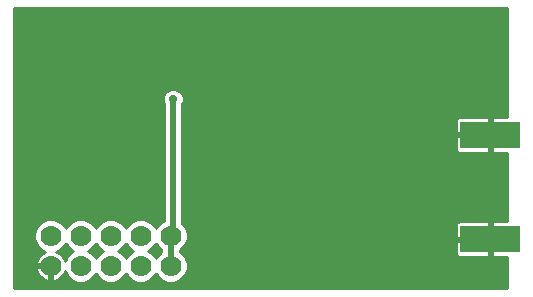
<source format=gbl>
G75*
%MOIN*%
%OFA0B0*%
%FSLAX25Y25*%
%IPPOS*%
%LPD*%
%AMOC8*
5,1,8,0,0,1.08239X$1,22.5*
%
%ADD10C,0.07000*%
%ADD11R,0.20000X0.09000*%
%ADD12C,0.01000*%
%ADD13C,0.02781*%
%ADD14C,0.02000*%
D10*
X0018193Y0045000D03*
X0028193Y0045000D03*
X0038193Y0045000D03*
X0048193Y0045000D03*
X0058193Y0045000D03*
X0058193Y0055000D03*
X0048193Y0055000D03*
X0038193Y0055000D03*
X0028193Y0055000D03*
X0018193Y0055000D03*
D11*
X0164628Y0053850D03*
X0164628Y0088650D03*
D12*
X0006000Y0130864D02*
X0006000Y0037502D01*
X0170228Y0037502D01*
X0170228Y0047850D01*
X0165128Y0047850D01*
X0165128Y0053350D01*
X0164128Y0053350D01*
X0153128Y0053350D01*
X0153128Y0049153D01*
X0153231Y0048771D01*
X0153428Y0048429D01*
X0153707Y0048150D01*
X0154049Y0047952D01*
X0154431Y0047850D01*
X0164128Y0047850D01*
X0164128Y0053350D01*
X0164128Y0054350D01*
X0153128Y0054350D01*
X0153128Y0058547D01*
X0153231Y0058929D01*
X0153428Y0059271D01*
X0153707Y0059550D01*
X0154049Y0059748D01*
X0154431Y0059850D01*
X0164128Y0059850D01*
X0164128Y0054350D01*
X0165128Y0054350D01*
X0165128Y0059850D01*
X0170228Y0059850D01*
X0170228Y0082650D01*
X0165128Y0082650D01*
X0165128Y0088150D01*
X0164128Y0088150D01*
X0153128Y0088150D01*
X0153128Y0083953D01*
X0153231Y0083571D01*
X0153428Y0083229D01*
X0153707Y0082950D01*
X0154049Y0082752D01*
X0154431Y0082650D01*
X0164128Y0082650D01*
X0164128Y0088150D01*
X0164128Y0089150D01*
X0153128Y0089150D01*
X0153128Y0093347D01*
X0153231Y0093729D01*
X0153428Y0094071D01*
X0153707Y0094350D01*
X0154049Y0094548D01*
X0154431Y0094650D01*
X0164128Y0094650D01*
X0164128Y0089150D01*
X0165128Y0089150D01*
X0165128Y0094650D01*
X0170228Y0094650D01*
X0170228Y0130864D01*
X0006000Y0130864D01*
X0006000Y0130856D02*
X0170228Y0130856D01*
X0170228Y0129858D02*
X0006000Y0129858D01*
X0006000Y0128859D02*
X0170228Y0128859D01*
X0170228Y0127861D02*
X0006000Y0127861D01*
X0006000Y0126862D02*
X0170228Y0126862D01*
X0170228Y0125864D02*
X0006000Y0125864D01*
X0006000Y0124865D02*
X0170228Y0124865D01*
X0170228Y0123866D02*
X0006000Y0123866D01*
X0006000Y0122868D02*
X0170228Y0122868D01*
X0170228Y0121869D02*
X0006000Y0121869D01*
X0006000Y0120871D02*
X0170228Y0120871D01*
X0170228Y0119872D02*
X0006000Y0119872D01*
X0006000Y0118874D02*
X0170228Y0118874D01*
X0170228Y0117875D02*
X0006000Y0117875D01*
X0006000Y0116877D02*
X0170228Y0116877D01*
X0170228Y0115878D02*
X0006000Y0115878D01*
X0006000Y0114880D02*
X0170228Y0114880D01*
X0170228Y0113881D02*
X0006000Y0113881D01*
X0006000Y0112883D02*
X0170228Y0112883D01*
X0170228Y0111884D02*
X0006000Y0111884D01*
X0006000Y0110886D02*
X0170228Y0110886D01*
X0170228Y0109887D02*
X0006000Y0109887D01*
X0006000Y0108889D02*
X0170228Y0108889D01*
X0170228Y0107890D02*
X0006000Y0107890D01*
X0006000Y0106892D02*
X0170228Y0106892D01*
X0170228Y0105893D02*
X0006000Y0105893D01*
X0006000Y0104895D02*
X0170228Y0104895D01*
X0170228Y0103896D02*
X0059927Y0103896D01*
X0059694Y0103993D02*
X0060977Y0103461D01*
X0061959Y0102479D01*
X0062491Y0101196D01*
X0062491Y0099808D01*
X0062100Y0098865D01*
X0062100Y0059012D01*
X0062940Y0058172D01*
X0063793Y0056114D01*
X0063793Y0053886D01*
X0062940Y0051828D01*
X0061365Y0050253D01*
X0061293Y0050223D01*
X0061293Y0049777D01*
X0061365Y0049747D01*
X0062940Y0048172D01*
X0063793Y0046114D01*
X0063793Y0043886D01*
X0062940Y0041828D01*
X0061365Y0040253D01*
X0059307Y0039400D01*
X0057079Y0039400D01*
X0055021Y0040253D01*
X0053445Y0041828D01*
X0053193Y0042438D01*
X0052940Y0041828D01*
X0051365Y0040253D01*
X0049307Y0039400D01*
X0047079Y0039400D01*
X0045021Y0040253D01*
X0043445Y0041828D01*
X0043193Y0042438D01*
X0042940Y0041828D01*
X0041365Y0040253D01*
X0039307Y0039400D01*
X0037079Y0039400D01*
X0035021Y0040253D01*
X0033445Y0041828D01*
X0033193Y0042438D01*
X0032940Y0041828D01*
X0031365Y0040253D01*
X0029307Y0039400D01*
X0027079Y0039400D01*
X0025021Y0040253D01*
X0023445Y0041828D01*
X0022871Y0043216D01*
X0022827Y0043081D01*
X0022469Y0042379D01*
X0022007Y0041743D01*
X0021450Y0041186D01*
X0020813Y0040724D01*
X0020112Y0040366D01*
X0019364Y0040123D01*
X0018693Y0040017D01*
X0018693Y0044500D01*
X0017693Y0044500D01*
X0017693Y0040017D01*
X0017022Y0040123D01*
X0016274Y0040366D01*
X0015572Y0040724D01*
X0014936Y0041186D01*
X0014379Y0041743D01*
X0013917Y0042379D01*
X0013559Y0043081D01*
X0013316Y0043829D01*
X0013210Y0044500D01*
X0017693Y0044500D01*
X0017693Y0045500D01*
X0013210Y0045500D01*
X0013316Y0046171D01*
X0013559Y0046919D01*
X0013917Y0047621D01*
X0014379Y0048257D01*
X0014936Y0048814D01*
X0015572Y0049276D01*
X0016274Y0049634D01*
X0016409Y0049678D01*
X0015021Y0050253D01*
X0013445Y0051828D01*
X0012593Y0053886D01*
X0012593Y0056114D01*
X0013445Y0058172D01*
X0015021Y0059747D01*
X0017079Y0060600D01*
X0019307Y0060600D01*
X0021365Y0059747D01*
X0022940Y0058172D01*
X0023193Y0057562D01*
X0023445Y0058172D01*
X0025021Y0059747D01*
X0027079Y0060600D01*
X0029307Y0060600D01*
X0031365Y0059747D01*
X0032940Y0058172D01*
X0033193Y0057562D01*
X0033445Y0058172D01*
X0035021Y0059747D01*
X0037079Y0060600D01*
X0039307Y0060600D01*
X0041365Y0059747D01*
X0042940Y0058172D01*
X0043193Y0057562D01*
X0043445Y0058172D01*
X0045021Y0059747D01*
X0047079Y0060600D01*
X0049307Y0060600D01*
X0051365Y0059747D01*
X0052940Y0058172D01*
X0053193Y0057562D01*
X0053445Y0058172D01*
X0055021Y0059747D01*
X0055900Y0060112D01*
X0055900Y0098865D01*
X0055509Y0099808D01*
X0055509Y0101196D01*
X0056041Y0102479D01*
X0057023Y0103461D01*
X0058306Y0103993D01*
X0059694Y0103993D01*
X0058073Y0103896D02*
X0006000Y0103896D01*
X0006000Y0102898D02*
X0056459Y0102898D01*
X0055801Y0101899D02*
X0006000Y0101899D01*
X0006000Y0100901D02*
X0055509Y0100901D01*
X0055509Y0099902D02*
X0006000Y0099902D01*
X0006000Y0098904D02*
X0055884Y0098904D01*
X0055900Y0097905D02*
X0006000Y0097905D01*
X0006000Y0096907D02*
X0055900Y0096907D01*
X0055900Y0095908D02*
X0006000Y0095908D01*
X0006000Y0094910D02*
X0055900Y0094910D01*
X0055900Y0093911D02*
X0006000Y0093911D01*
X0006000Y0092913D02*
X0055900Y0092913D01*
X0055900Y0091914D02*
X0006000Y0091914D01*
X0006000Y0090916D02*
X0055900Y0090916D01*
X0055900Y0089917D02*
X0006000Y0089917D01*
X0006000Y0088919D02*
X0055900Y0088919D01*
X0055900Y0087920D02*
X0006000Y0087920D01*
X0006000Y0086922D02*
X0055900Y0086922D01*
X0055900Y0085923D02*
X0006000Y0085923D01*
X0006000Y0084925D02*
X0055900Y0084925D01*
X0055900Y0083926D02*
X0006000Y0083926D01*
X0006000Y0082928D02*
X0055900Y0082928D01*
X0055900Y0081929D02*
X0006000Y0081929D01*
X0006000Y0080931D02*
X0055900Y0080931D01*
X0055900Y0079932D02*
X0006000Y0079932D01*
X0006000Y0078933D02*
X0055900Y0078933D01*
X0055900Y0077935D02*
X0006000Y0077935D01*
X0006000Y0076936D02*
X0055900Y0076936D01*
X0055900Y0075938D02*
X0006000Y0075938D01*
X0006000Y0074939D02*
X0055900Y0074939D01*
X0055900Y0073941D02*
X0006000Y0073941D01*
X0006000Y0072942D02*
X0055900Y0072942D01*
X0055900Y0071944D02*
X0006000Y0071944D01*
X0006000Y0070945D02*
X0055900Y0070945D01*
X0055900Y0069947D02*
X0006000Y0069947D01*
X0006000Y0068948D02*
X0055900Y0068948D01*
X0055900Y0067950D02*
X0006000Y0067950D01*
X0006000Y0066951D02*
X0055900Y0066951D01*
X0055900Y0065953D02*
X0006000Y0065953D01*
X0006000Y0064954D02*
X0055900Y0064954D01*
X0055900Y0063956D02*
X0006000Y0063956D01*
X0006000Y0062957D02*
X0055900Y0062957D01*
X0055900Y0061959D02*
X0006000Y0061959D01*
X0006000Y0060960D02*
X0055900Y0060960D01*
X0055538Y0059962D02*
X0050848Y0059962D01*
X0052149Y0058963D02*
X0054237Y0058963D01*
X0053360Y0057965D02*
X0053026Y0057965D01*
X0045538Y0059962D02*
X0040848Y0059962D01*
X0042149Y0058963D02*
X0044237Y0058963D01*
X0043360Y0057965D02*
X0043026Y0057965D01*
X0043193Y0052438D02*
X0043445Y0051828D01*
X0045021Y0050253D01*
X0045630Y0050000D01*
X0045021Y0049747D01*
X0043445Y0048172D01*
X0043193Y0047562D01*
X0042940Y0048172D01*
X0041365Y0049747D01*
X0040755Y0050000D01*
X0041365Y0050253D01*
X0042940Y0051828D01*
X0043193Y0052438D01*
X0043001Y0051974D02*
X0043385Y0051974D01*
X0044298Y0050975D02*
X0042088Y0050975D01*
X0040812Y0049977D02*
X0045574Y0049977D01*
X0044251Y0048978D02*
X0042134Y0048978D01*
X0043020Y0047980D02*
X0043366Y0047980D01*
X0050755Y0050000D02*
X0051365Y0050253D01*
X0052940Y0051828D01*
X0053193Y0052438D01*
X0053445Y0051828D01*
X0055021Y0050253D01*
X0055093Y0050223D01*
X0055093Y0049777D01*
X0055021Y0049747D01*
X0053445Y0048172D01*
X0053193Y0047562D01*
X0052940Y0048172D01*
X0051365Y0049747D01*
X0050755Y0050000D01*
X0050812Y0049977D02*
X0055093Y0049977D01*
X0054298Y0050975D02*
X0052088Y0050975D01*
X0053001Y0051974D02*
X0053385Y0051974D01*
X0054251Y0048978D02*
X0052134Y0048978D01*
X0053020Y0047980D02*
X0053366Y0047980D01*
X0061293Y0049977D02*
X0153128Y0049977D01*
X0153128Y0050975D02*
X0062088Y0050975D01*
X0063001Y0051974D02*
X0153128Y0051974D01*
X0153128Y0052972D02*
X0063414Y0052972D01*
X0063793Y0053971D02*
X0164128Y0053971D01*
X0164128Y0054969D02*
X0165128Y0054969D01*
X0165128Y0055968D02*
X0164128Y0055968D01*
X0164128Y0056966D02*
X0165128Y0056966D01*
X0165128Y0057965D02*
X0164128Y0057965D01*
X0164128Y0058963D02*
X0165128Y0058963D01*
X0170228Y0059962D02*
X0062100Y0059962D01*
X0062100Y0060960D02*
X0170228Y0060960D01*
X0170228Y0061959D02*
X0062100Y0061959D01*
X0062100Y0062957D02*
X0170228Y0062957D01*
X0170228Y0063956D02*
X0062100Y0063956D01*
X0062100Y0064954D02*
X0170228Y0064954D01*
X0170228Y0065953D02*
X0062100Y0065953D01*
X0062100Y0066951D02*
X0170228Y0066951D01*
X0170228Y0067950D02*
X0062100Y0067950D01*
X0062100Y0068948D02*
X0170228Y0068948D01*
X0170228Y0069947D02*
X0062100Y0069947D01*
X0062100Y0070945D02*
X0170228Y0070945D01*
X0170228Y0071944D02*
X0062100Y0071944D01*
X0062100Y0072942D02*
X0170228Y0072942D01*
X0170228Y0073941D02*
X0062100Y0073941D01*
X0062100Y0074939D02*
X0170228Y0074939D01*
X0170228Y0075938D02*
X0062100Y0075938D01*
X0062100Y0076936D02*
X0170228Y0076936D01*
X0170228Y0077935D02*
X0062100Y0077935D01*
X0062100Y0078933D02*
X0170228Y0078933D01*
X0170228Y0079932D02*
X0062100Y0079932D01*
X0062100Y0080931D02*
X0170228Y0080931D01*
X0170228Y0081929D02*
X0062100Y0081929D01*
X0062100Y0082928D02*
X0153746Y0082928D01*
X0153135Y0083926D02*
X0062100Y0083926D01*
X0062100Y0084925D02*
X0153128Y0084925D01*
X0153128Y0085923D02*
X0062100Y0085923D01*
X0062100Y0086922D02*
X0153128Y0086922D01*
X0153128Y0087920D02*
X0062100Y0087920D01*
X0062100Y0088919D02*
X0164128Y0088919D01*
X0164128Y0089917D02*
X0165128Y0089917D01*
X0165128Y0090916D02*
X0164128Y0090916D01*
X0164128Y0091914D02*
X0165128Y0091914D01*
X0165128Y0092913D02*
X0164128Y0092913D01*
X0164128Y0093911D02*
X0165128Y0093911D01*
X0170228Y0094910D02*
X0062100Y0094910D01*
X0062100Y0095908D02*
X0170228Y0095908D01*
X0170228Y0096907D02*
X0062100Y0096907D01*
X0062100Y0097905D02*
X0170228Y0097905D01*
X0170228Y0098904D02*
X0062116Y0098904D01*
X0062491Y0099902D02*
X0170228Y0099902D01*
X0170228Y0100901D02*
X0062491Y0100901D01*
X0062199Y0101899D02*
X0170228Y0101899D01*
X0170228Y0102898D02*
X0061541Y0102898D01*
X0062100Y0093911D02*
X0153336Y0093911D01*
X0153128Y0092913D02*
X0062100Y0092913D01*
X0062100Y0091914D02*
X0153128Y0091914D01*
X0153128Y0090916D02*
X0062100Y0090916D01*
X0062100Y0089917D02*
X0153128Y0089917D01*
X0164128Y0087920D02*
X0165128Y0087920D01*
X0165128Y0086922D02*
X0164128Y0086922D01*
X0164128Y0085923D02*
X0165128Y0085923D01*
X0165128Y0084925D02*
X0164128Y0084925D01*
X0164128Y0083926D02*
X0165128Y0083926D01*
X0165128Y0082928D02*
X0164128Y0082928D01*
X0153250Y0058963D02*
X0062149Y0058963D01*
X0063026Y0057965D02*
X0153128Y0057965D01*
X0153128Y0056966D02*
X0063440Y0056966D01*
X0063793Y0055968D02*
X0153128Y0055968D01*
X0153128Y0054969D02*
X0063793Y0054969D01*
X0062134Y0048978D02*
X0153175Y0048978D01*
X0154002Y0047980D02*
X0063020Y0047980D01*
X0063434Y0046981D02*
X0170228Y0046981D01*
X0170228Y0045983D02*
X0063793Y0045983D01*
X0063793Y0044984D02*
X0170228Y0044984D01*
X0170228Y0043986D02*
X0063793Y0043986D01*
X0063421Y0042987D02*
X0170228Y0042987D01*
X0170228Y0041989D02*
X0063007Y0041989D01*
X0062103Y0040990D02*
X0170228Y0040990D01*
X0170228Y0039992D02*
X0060735Y0039992D01*
X0055651Y0039992D02*
X0050735Y0039992D01*
X0052103Y0040990D02*
X0054283Y0040990D01*
X0053379Y0041989D02*
X0053007Y0041989D01*
X0045651Y0039992D02*
X0040735Y0039992D01*
X0042103Y0040990D02*
X0044283Y0040990D01*
X0043379Y0041989D02*
X0043007Y0041989D01*
X0035651Y0039992D02*
X0030735Y0039992D01*
X0032103Y0040990D02*
X0034283Y0040990D01*
X0033379Y0041989D02*
X0033007Y0041989D01*
X0025651Y0039992D02*
X0006000Y0039992D01*
X0006000Y0040990D02*
X0015206Y0040990D01*
X0014200Y0041989D02*
X0006000Y0041989D01*
X0006000Y0042987D02*
X0013607Y0042987D01*
X0013291Y0043986D02*
X0006000Y0043986D01*
X0006000Y0044984D02*
X0017693Y0044984D01*
X0017693Y0043986D02*
X0018693Y0043986D01*
X0018693Y0042987D02*
X0017693Y0042987D01*
X0017693Y0041989D02*
X0018693Y0041989D01*
X0018693Y0040990D02*
X0017693Y0040990D01*
X0021180Y0040990D02*
X0024283Y0040990D01*
X0023379Y0041989D02*
X0022185Y0041989D01*
X0022779Y0042987D02*
X0022965Y0042987D01*
X0022871Y0046784D02*
X0022827Y0046919D01*
X0022469Y0047621D01*
X0022007Y0048257D01*
X0021450Y0048814D01*
X0020813Y0049276D01*
X0020112Y0049634D01*
X0019977Y0049678D01*
X0021365Y0050253D01*
X0022940Y0051828D01*
X0023193Y0052438D01*
X0023445Y0051828D01*
X0025021Y0050253D01*
X0025630Y0050000D01*
X0025021Y0049747D01*
X0023445Y0048172D01*
X0022871Y0046784D01*
X0022795Y0046981D02*
X0022952Y0046981D01*
X0023366Y0047980D02*
X0022208Y0047980D01*
X0021224Y0048978D02*
X0024251Y0048978D01*
X0025574Y0049977D02*
X0020699Y0049977D01*
X0022088Y0050975D02*
X0024298Y0050975D01*
X0023385Y0051974D02*
X0023001Y0051974D01*
X0015687Y0049977D02*
X0006000Y0049977D01*
X0006000Y0050975D02*
X0014298Y0050975D01*
X0013385Y0051974D02*
X0006000Y0051974D01*
X0006000Y0052972D02*
X0012971Y0052972D01*
X0012593Y0053971D02*
X0006000Y0053971D01*
X0006000Y0054969D02*
X0012593Y0054969D01*
X0012593Y0055968D02*
X0006000Y0055968D01*
X0006000Y0056966D02*
X0012946Y0056966D01*
X0013360Y0057965D02*
X0006000Y0057965D01*
X0006000Y0058963D02*
X0014237Y0058963D01*
X0015538Y0059962D02*
X0006000Y0059962D01*
X0020848Y0059962D02*
X0025538Y0059962D01*
X0024237Y0058963D02*
X0022149Y0058963D01*
X0023026Y0057965D02*
X0023360Y0057965D01*
X0030848Y0059962D02*
X0035538Y0059962D01*
X0034237Y0058963D02*
X0032149Y0058963D01*
X0033026Y0057965D02*
X0033360Y0057965D01*
X0033193Y0052438D02*
X0033445Y0051828D01*
X0035021Y0050253D01*
X0035630Y0050000D01*
X0035021Y0049747D01*
X0033445Y0048172D01*
X0033193Y0047562D01*
X0032940Y0048172D01*
X0031365Y0049747D01*
X0030755Y0050000D01*
X0031365Y0050253D01*
X0032940Y0051828D01*
X0033193Y0052438D01*
X0033001Y0051974D02*
X0033385Y0051974D01*
X0034298Y0050975D02*
X0032088Y0050975D01*
X0030812Y0049977D02*
X0035574Y0049977D01*
X0034251Y0048978D02*
X0032134Y0048978D01*
X0033020Y0047980D02*
X0033366Y0047980D01*
X0015162Y0048978D02*
X0006000Y0048978D01*
X0006000Y0047980D02*
X0014177Y0047980D01*
X0013591Y0046981D02*
X0006000Y0046981D01*
X0006000Y0045983D02*
X0013286Y0045983D01*
X0006000Y0038993D02*
X0170228Y0038993D01*
X0170228Y0037995D02*
X0006000Y0037995D01*
X0164128Y0047980D02*
X0165128Y0047980D01*
X0165128Y0048978D02*
X0164128Y0048978D01*
X0164128Y0049977D02*
X0165128Y0049977D01*
X0165128Y0050975D02*
X0164128Y0050975D01*
X0164128Y0051974D02*
X0165128Y0051974D01*
X0165128Y0052972D02*
X0164128Y0052972D01*
D13*
X0162125Y0045502D03*
X0167125Y0045502D03*
X0157125Y0045502D03*
X0152125Y0045502D03*
X0152125Y0050502D03*
X0147125Y0045502D03*
X0139625Y0045502D03*
X0137125Y0050502D03*
X0137125Y0058002D03*
X0132125Y0063002D03*
X0124625Y0063002D03*
X0117125Y0063002D03*
X0109625Y0063002D03*
X0102125Y0063002D03*
X0094625Y0063002D03*
X0087125Y0063002D03*
X0079625Y0063002D03*
X0072125Y0063002D03*
X0064625Y0063002D03*
X0049625Y0063002D03*
X0049625Y0075502D03*
X0047125Y0078627D03*
X0044625Y0081752D03*
X0049625Y0081752D03*
X0044625Y0075502D03*
X0037125Y0090502D03*
X0042125Y0093002D03*
X0034625Y0098002D03*
X0034625Y0103002D03*
X0039625Y0108002D03*
X0047125Y0108002D03*
X0054625Y0108002D03*
X0062125Y0108002D03*
X0059000Y0100502D03*
X0069625Y0100502D03*
X0074625Y0095502D03*
X0074625Y0088002D03*
X0074625Y0080502D03*
X0079625Y0080502D03*
X0087125Y0080502D03*
X0094625Y0080502D03*
X0094625Y0085502D03*
X0094625Y0090502D03*
X0102125Y0095502D03*
X0109625Y0095502D03*
X0119625Y0095502D03*
X0129625Y0095502D03*
X0137125Y0095502D03*
X0152125Y0098002D03*
X0157125Y0098002D03*
X0162125Y0098002D03*
X0167125Y0098002D03*
X0152125Y0093002D03*
X0152125Y0085502D03*
X0152125Y0080502D03*
X0157125Y0080502D03*
X0162125Y0080502D03*
X0167125Y0080502D03*
X0167125Y0063002D03*
X0162125Y0063002D03*
X0157125Y0063002D03*
X0152125Y0063002D03*
X0152125Y0058002D03*
X0099625Y0055502D03*
X0099625Y0050502D03*
X0099625Y0045502D03*
X0099625Y0040502D03*
X0067125Y0040502D03*
X0067125Y0048002D03*
X0009625Y0048002D03*
X0009625Y0055502D03*
X0009625Y0063002D03*
X0009625Y0070502D03*
X0009625Y0078002D03*
X0017125Y0085502D03*
X0022125Y0090502D03*
X0029625Y0090502D03*
X0009625Y0040502D03*
D14*
X0058193Y0045000D02*
X0058193Y0055000D01*
X0059000Y0055807D01*
X0059000Y0100502D01*
M02*

</source>
